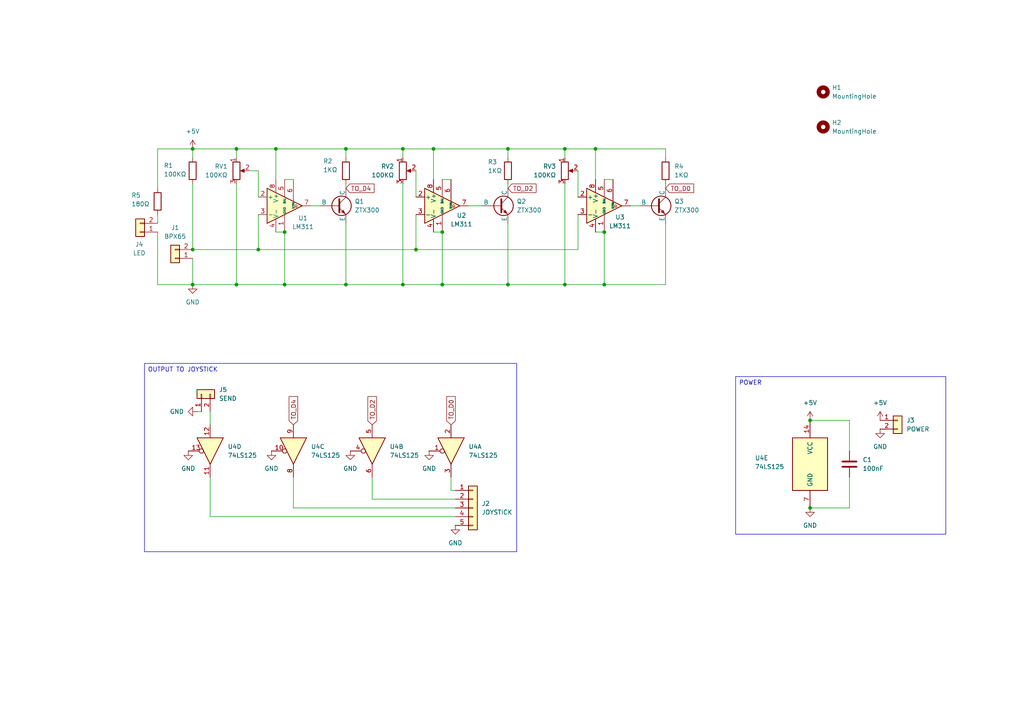
<source format=kicad_sch>
(kicad_sch (version 20250114) (generator "eeschema") (generator_version "9.0")
  (paper "A4")
  (title_block (title "Project 2: Picture Digitiser") (date "14-Apr-2025") (rev "1.1-0") (company "Easy Add-on Projects for the Amstrad CPC & MSX Computers") (comment 1 "by Owen Bishop") (comment 3 "www.youtube.com/@Brfff") (comment 4 "2025 Version by Brett Halle"))
  (lib_symbols
    (symbol "74xx:74LS125" (pin_names (offset 1.016))
      (property "Reference" "U" (at 0 1.27 0))
      (property "Value" "74LS125" (at 0 -1.27 0))
      (symbol "74LS125_1_0"
        (polyline (pts (xy -3.81 3.81) (xy -3.81 -3.81) (xy 3.81 0) (xy -3.81 3.81)) (stroke (width 0.254)) (fill (type background)))
        (pin input line (at -7.62 0 0) (length 3.81) (name "~") (number "2"))
        (pin input inverted (at 0 -6.35 90) (length 4.445) (name "~") (number "1"))
        (pin tri_state line (at 7.62 0 180) (length 3.81) (name "~") (number "3"))
      )
      (symbol "74LS125_2_0"
        (polyline (pts (xy -3.81 3.81) (xy -3.81 -3.81) (xy 3.81 0) (xy -3.81 3.81)) (stroke (width 0.254)) (fill (type background)))
        (pin input line (at -7.62 0 0) (length 3.81) (name "~") (number "5"))
        (pin input inverted (at 0 -6.35 90) (length 4.445) (name "~") (number "4"))
        (pin tri_state line (at 7.62 0 180) (length 3.81) (name "~") (number "6"))
      )
      (symbol "74LS125_3_0"
        (polyline (pts (xy -3.81 3.81) (xy -3.81 -3.81) (xy 3.81 0) (xy -3.81 3.81)) (stroke (width 0.254)) (fill (type background)))
        (pin input line (at -7.62 0 0) (length 3.81) (name "~") (number "9"))
        (pin input inverted (at 0 -6.35 90) (length 4.445) (name "~") (number "10"))
        (pin tri_state line (at 7.62 0 180) (length 3.81) (name "~") (number "8"))
      )
      (symbol "74LS125_4_0"
        (polyline (pts (xy -3.81 3.81) (xy -3.81 -3.81) (xy 3.81 0) (xy -3.81 3.81)) (stroke (width 0.254)) (fill (type background)))
        (pin input line (at -7.62 0 0) (length 3.81) (name "~") (number "12"))
        (pin input inverted (at 0 -6.35 90) (length 4.445) (name "~") (number "13"))
        (pin tri_state line (at 7.62 0 180) (length 3.81) (name "~") (number "11"))
      )
      (symbol "74LS125_5_0"
        (pin power_in line (at 0 12.7 270) (length 5.08) (name "VCC") (number "14"))
        (pin power_in line (at 0 -12.7 90) (length 5.08) (name "GND") (number "7"))
      )
      (symbol "74LS125_5_1"
        (rectangle (start -5.08 7.62) (end 5.08 -7.62) (stroke (width 0.254)) (fill (type background)))
      )
    )
    (symbol "Comparator:LM311" (pin_names (offset 0.127))
      (property "Reference" "U" (at 3.81 6.35 0))
      (property "Value" "LM311" (at 3.81 3.81 0))
      (symbol "LM311_0_1"
        (polyline (pts (xy 3.683 -0.381) (xy 3.302 -0.381) (xy 3.683 0) (xy 3.302 0.381) (xy 2.921 0) (xy 3.302 -0.381) (xy 2.921 -0.381)) (stroke (width 0.127)))
        (polyline (pts (xy 5.08 0) (xy -5.08 5.08) (xy -5.08 -5.08) (xy 5.08 0)) (stroke (width 0.254)) (fill (type background)))
      )
      (symbol "LM311_1_1"
        (pin input line (at -7.62 2.54 0) (length 2.54) (name "+") (number "2"))
        (pin input line (at -7.62 -2.54 0) (length 2.54) (name "-") (number "3"))
        (pin power_in line (at -2.54 7.62 270) (length 3.81) (name "V+") (number "8"))
        (pin power_in line (at -2.54 -7.62 90) (length 3.81) (name "V-") (number "4"))
        (pin input line (at 0 7.62 270) (length 5.08) (name "BAL") (number "5"))
        (pin passive line (at 0 -7.62 90) (length 5.08) (name "GND") (number "1"))
        (pin input line (at 2.54 7.62 270) (length 6.35) (name "STRB") (number "6"))
        (pin open_collector line (at 7.62 0 180) (length 2.54) (name "~") (number "7"))
      )
    )
    (symbol "Connector_Generic:Conn_01x02" (pin_names (offset 1.016) (hide yes))
      (property "Reference" "J" (at 0 2.54 0))
      (property "Value" "Conn_01x02" (at 0 -5.08 0))
      (symbol "Conn_01x02_1_1"
        (rectangle (start -1.27 1.27) (end 1.27 -3.81) (stroke (width 0.254)) (fill (type background)))
        (rectangle (start -1.27 0.127) (end 0 -0.127) (stroke (width 0.1524)))
        (rectangle (start -1.27 -2.413) (end 0 -2.667) (stroke (width 0.1524)))
        (pin passive line (at -5.08 0 0) (length 3.81) (name "Pin_1") (number "1"))
        (pin passive line (at -5.08 -2.54 0) (length 3.81) (name "Pin_2") (number "2"))
      )
    )
    (symbol "Connector_Generic:Conn_01x05" (pin_names (offset 1.016) (hide yes))
      (property "Reference" "J" (at 0 7.62 0))
      (property "Value" "Conn_01x05" (at 0 -7.62 0))
      (symbol "Conn_01x05_1_1"
        (rectangle (start -1.27 6.35) (end 1.27 -6.35) (stroke (width 0.254)) (fill (type background)))
        (rectangle (start -1.27 5.207) (end 0 4.953) (stroke (width 0.1524)))
        (rectangle (start -1.27 2.667) (end 0 2.413) (stroke (width 0.1524)))
        (rectangle (start -1.27 0.127) (end 0 -0.127) (stroke (width 0.1524)))
        (rectangle (start -1.27 -2.413) (end 0 -2.667) (stroke (width 0.1524)))
        (rectangle (start -1.27 -4.953) (end 0 -5.207) (stroke (width 0.1524)))
        (pin passive line (at -5.08 5.08 0) (length 3.81) (name "Pin_1") (number "1"))
        (pin passive line (at -5.08 2.54 0) (length 3.81) (name "Pin_2") (number "2"))
        (pin passive line (at -5.08 0 0) (length 3.81) (name "Pin_3") (number "3"))
        (pin passive line (at -5.08 -2.54 0) (length 3.81) (name "Pin_4") (number "4"))
        (pin passive line (at -5.08 -5.08 0) (length 3.81) (name "Pin_5") (number "5"))
      )
    )
    (symbol "Device:C" (pin_numbers (hide yes)) (pin_names (offset 0.254))
      (property "Reference" "C" (at 0.635 2.54 0))
      (property "Value" "C" (at 0.635 -2.54 0))
      (symbol "C_0_1"
        (polyline (pts (xy -2.032 0.762) (xy 2.032 0.762)) (stroke (width 0.508)))
        (polyline (pts (xy -2.032 -0.762) (xy 2.032 -0.762)) (stroke (width 0.508)))
      )
      (symbol "C_1_1"
        (pin passive line (at 0 3.81 270) (length 2.794) (name "~") (number "1"))
        (pin passive line (at 0 -3.81 90) (length 2.794) (name "~") (number "2"))
      )
    )
    (symbol "Device:R" (pin_numbers (hide yes)) (pin_names (offset 0))
      (property "Reference" "R" (at 2.032 0 90))
      (property "Value" "R" (at 0 0 90))
      (symbol "R_0_1"
        (rectangle (start -1.016 -2.54) (end 1.016 2.54) (stroke (width 0.254)))
      )
      (symbol "R_1_1"
        (pin passive line (at 0 3.81 270) (length 1.27) (name "~") (number "1"))
        (pin passive line (at 0 -3.81 90) (length 1.27) (name "~") (number "2"))
      )
    )
    (symbol "Device:R_Potentiometer" (pin_names (offset 1.016) (hide yes))
      (property "Reference" "RV" (at -4.445 0 90))
      (property "Value" "R_Potentiometer" (at -2.54 0 90))
      (symbol "R_Potentiometer_0_1"
        (rectangle (start 1.016 2.54) (end -1.016 -2.54) (stroke (width 0.254)))
        (polyline (pts (xy 1.143 0) (xy 2.286 0.508) (xy 2.286 -0.508) (xy 1.143 0)) (fill (type outline)))
        (polyline (pts (xy 2.54 0) (xy 1.524 0)))
      )
      (symbol "R_Potentiometer_1_1"
        (pin passive line (at 0 3.81 270) (length 1.27) (name "1") (number "1"))
        (pin passive line (at 0 -3.81 90) (length 1.27) (name "3") (number "3"))
        (pin passive line (at 3.81 0 180) (length 1.27) (name "2") (number "2"))
      )
    )
    (symbol "Mechanical:MountingHole" (pin_names (offset 1.016)) (exclude_from_sim yes) (in_bom no)
      (property "Reference" "H" (at 0 5.08 0))
      (property "Value" "MountingHole" (at 0 3.175 0))
      (symbol "MountingHole_0_1"
        (circle (center 0 0) (radius 1.27) (stroke (width 1.27)))
      )
    )
    (symbol "Simulation_SPICE:NPN" (pin_numbers (hide yes)) (pin_names (offset 0))
      (property "Reference" "Q" (at -2.54 7.62 0))
      (property "Value" "NPN" (at -2.54 5.08 0))
      (symbol "NPN_0_1"
        (polyline (pts (xy -2.54 0) (xy 0.635 0)) (stroke (width 0.1524)))
        (polyline (pts (xy 0.635 1.905) (xy 0.635 -1.905) (xy 0.635 -1.905)) (stroke (width 0.508)))
        (polyline (pts (xy 0.635 0.635) (xy 2.54 2.54)))
        (polyline (pts (xy 0.635 -0.635) (xy 2.54 -2.54) (xy 2.54 -2.54)))
        (circle (center 1.27 0) (radius 2.8194) (stroke (width 0.254)))
        (polyline (pts (xy 1.27 -1.778) (xy 1.778 -1.27) (xy 2.286 -2.286) (xy 1.27 -1.778) (xy 1.27 -1.778)) (fill (type outline)))
        (polyline (pts (xy 2.794 -1.27) (xy 2.794 -1.27)) (stroke (width 0.1524)))
        (polyline (pts (xy 2.794 -1.27) (xy 2.794 -1.27)) (stroke (width 0.1524)))
      )
      (symbol "NPN_1_1"
        (pin input line (at -5.08 0 0) (length 2.54) (name "B") (number "2"))
        (pin open_collector line (at 2.54 5.08 270) (length 2.54) (name "C") (number "1"))
        (pin open_emitter line (at 2.54 -5.08 90) (length 2.54) (name "E") (number "3"))
      )
    )
    (symbol "power:+5V" (power) (pin_numbers (hide yes)) (pin_names (offset 0) (hide yes))
      (property "Value" "+5V" (at 0 3.556 0))
      (symbol "+5V_0_1"
        (polyline (pts (xy -0.762 1.27) (xy 0 2.54)))
        (polyline (pts (xy 0 2.54) (xy 0.762 1.27)))
        (polyline (pts (xy 0 0) (xy 0 2.54)))
      )
      (symbol "+5V_1_1"
        (pin power_in line (at 0 0 90) (length 0) (name "~") (number "1"))
      )
    )
    (symbol "power:GND" (power) (pin_numbers (hide yes)) (pin_names (offset 0) (hide yes))
      (property "Value" "GND" (at 0 -3.81 0))
      (symbol "GND_0_1"
        (polyline (pts (xy 0 0) (xy 0 -1.27) (xy 1.27 -1.27) (xy 0 -2.54) (xy -1.27 -1.27) (xy 0 -1.27)))
      )
      (symbol "GND_1_1"
        (pin power_in line (at 0 0 270) (length 0) (name "~") (number "1"))
      )
    )
  )
  (text_box "POWER" (at 213.36 109.22 0) (size 60.96 45.72) (margins 0.9525 0.9525 0.9525 0.9525) (effects (font (size 1.27 1.27)) (justify left top)))
  (text_box "OUTPUT TO JOYSTICK" (at 41.91 105.41 0) (size 107.95 54.61) (margins 0.9525 0.9525 0.9525 0.9525) (effects (font (size 1.27 1.27)) (justify left top)))
  (junction (at 82.55 82.55))
  (junction (at 68.58 43.18))
  (junction (at 172.72 43.18))
  (junction (at 163.83 43.18))
  (junction (at 82.55 67.31))
  (junction (at 175.26 82.55))
  (junction (at 125.73 43.18))
  (junction (at 234.95 147.32))
  (junction (at 120.65 72.39))
  (junction (at 55.88 82.55))
  (junction (at 116.84 82.55))
  (junction (at 163.83 82.55))
  (junction (at 128.27 82.55))
  (junction (at 68.58 82.55))
  (junction (at 234.95 121.92))
  (junction (at 74.93 72.39))
  (junction (at 147.32 43.18))
  (junction (at 116.84 43.18))
  (junction (at 100.33 43.18))
  (junction (at 147.32 82.55))
  (junction (at 175.26 67.31))
  (junction (at 128.27 67.31))
  (junction (at 55.88 72.39))
  (junction (at 55.88 43.18))
  (junction (at 80.01 43.18))
  (junction (at 100.33 82.55))
  (wire (pts (xy 68.58 43.18) (xy 80.01 43.18)))
  (wire (pts (xy 100.33 45.72) (xy 100.33 43.18)))
  (wire (pts (xy 60.96 149.86) (xy 60.96 138.43)))
  (wire (pts (xy 80.01 43.18) (xy 100.33 43.18)))
  (wire (pts (xy 82.55 82.55) (xy 100.33 82.55)))
  (wire (pts (xy 68.58 43.18) (xy 68.58 45.72)))
  (wire (pts (xy 116.84 53.34) (xy 116.84 82.55)))
  (wire (pts (xy 175.26 67.31) (xy 175.26 82.55)))
  (wire (pts (xy 55.88 53.34) (xy 55.88 72.39)))
  (wire (pts (xy 128.27 67.31) (xy 128.27 82.55)))
  (wire (pts (xy 55.88 82.55) (xy 68.58 82.55)))
  (wire (pts (xy 68.58 53.34) (xy 68.58 82.55)))
  (wire (pts (xy 132.08 147.32) (xy 85.09 147.32)))
  (wire (pts (xy 116.84 43.18) (xy 116.84 45.72)))
  (wire (pts (xy 175.26 82.55) (xy 193.04 82.55)))
  (wire (pts (xy 90.17 59.69) (xy 92.71 59.69)))
  (wire (pts (xy 82.55 67.31) (xy 82.55 82.55)))
  (wire (pts (xy 128.27 52.07) (xy 130.81 52.07)))
  (wire (pts (xy 147.32 53.34) (xy 147.32 54.61)))
  (wire (pts (xy 85.09 147.32) (xy 85.09 138.43)))
  (wire (pts (xy 100.33 82.55) (xy 116.84 82.55)))
  (wire (pts (xy 120.65 72.39) (xy 167.64 72.39)))
  (wire (pts (xy 167.64 72.39) (xy 167.64 62.23)))
  (wire (pts (xy 120.65 49.53) (xy 120.65 57.15)))
  (wire (pts (xy 246.38 147.32) (xy 234.95 147.32)))
  (wire (pts (xy 120.65 72.39) (xy 120.65 62.23)))
  (wire (pts (xy 100.33 64.77) (xy 100.33 82.55)))
  (wire (pts (xy 135.89 59.69) (xy 139.7 59.69)))
  (wire (pts (xy 147.32 82.55) (xy 163.83 82.55)))
  (wire (pts (xy 193.04 43.18) (xy 172.72 43.18)))
  (wire (pts (xy 163.83 43.18) (xy 163.83 45.72)))
  (wire (pts (xy 130.81 142.24) (xy 130.81 138.43)))
  (wire (pts (xy 68.58 82.55) (xy 82.55 82.55)))
  (wire (pts (xy 45.72 82.55) (xy 55.88 82.55)))
  (wire (pts (xy 193.04 53.34) (xy 193.04 54.61)))
  (wire (pts (xy 132.08 149.86) (xy 60.96 149.86)))
  (wire (pts (xy 172.72 43.18) (xy 172.72 52.07)))
  (wire (pts (xy 172.72 67.31) (xy 175.26 67.31)))
  (wire (pts (xy 246.38 138.43) (xy 246.38 147.32)))
  (wire (pts (xy 55.88 43.18) (xy 45.72 43.18)))
  (wire (pts (xy 132.08 142.24) (xy 130.81 142.24)))
  (wire (pts (xy 116.84 82.55) (xy 128.27 82.55)))
  (wire (pts (xy 125.73 43.18) (xy 147.32 43.18)))
  (wire (pts (xy 132.08 144.78) (xy 107.95 144.78)))
  (wire (pts (xy 116.84 43.18) (xy 125.73 43.18)))
  (wire (pts (xy 45.72 67.31) (xy 45.72 82.55)))
  (wire (pts (xy 74.93 62.23) (xy 74.93 72.39)))
  (wire (pts (xy 193.04 64.77) (xy 193.04 82.55)))
  (wire (pts (xy 80.01 43.18) (xy 80.01 52.07)))
  (wire (pts (xy 163.83 53.34) (xy 163.83 82.55)))
  (wire (pts (xy 163.83 82.55) (xy 175.26 82.55)))
  (wire (pts (xy 74.93 49.53) (xy 74.93 57.15)))
  (wire (pts (xy 74.93 72.39) (xy 55.88 72.39)))
  (wire (pts (xy 45.72 62.23) (xy 45.72 64.77)))
  (wire (pts (xy 55.88 45.72) (xy 55.88 43.18)))
  (wire (pts (xy 72.39 49.53) (xy 74.93 49.53)))
  (wire (pts (xy 246.38 121.92) (xy 234.95 121.92)))
  (wire (pts (xy 107.95 144.78) (xy 107.95 138.43)))
  (wire (pts (xy 55.88 74.93) (xy 55.88 82.55)))
  (wire (pts (xy 82.55 52.07) (xy 85.09 52.07)))
  (wire (pts (xy 58.42 119.38) (xy 57.15 119.38)))
  (wire (pts (xy 193.04 45.72) (xy 193.04 43.18)))
  (wire (pts (xy 60.96 123.19) (xy 60.96 119.38)))
  (wire (pts (xy 163.83 43.18) (xy 147.32 43.18)))
  (wire (pts (xy 246.38 130.81) (xy 246.38 121.92)))
  (wire (pts (xy 147.32 64.77) (xy 147.32 82.55)))
  (wire (pts (xy 100.33 53.34) (xy 100.33 54.61)))
  (wire (pts (xy 74.93 72.39) (xy 120.65 72.39)))
  (wire (pts (xy 182.88 59.69) (xy 185.42 59.69)))
  (wire (pts (xy 128.27 82.55) (xy 147.32 82.55)))
  (wire (pts (xy 172.72 43.18) (xy 163.83 43.18)))
  (wire (pts (xy 45.72 43.18) (xy 45.72 54.61)))
  (wire (pts (xy 80.01 67.31) (xy 82.55 67.31)))
  (wire (pts (xy 100.33 43.18) (xy 116.84 43.18)))
  (wire (pts (xy 147.32 45.72) (xy 147.32 43.18)))
  (wire (pts (xy 175.26 52.07) (xy 177.8 52.07)))
  (wire (pts (xy 125.73 67.31) (xy 128.27 67.31)))
  (wire (pts (xy 125.73 43.18) (xy 125.73 52.07)))
  (wire (pts (xy 167.64 49.53) (xy 167.64 57.15)))
  (wire (pts (xy 55.88 43.18) (xy 68.58 43.18)))
  (global_label "TO_D0" (shape input) (at 130.81 123.19 90) (property "Intersheetrefs" "${INTERSHEET_REFS}" (effects (hide yes))))
  (global_label "TO_D0" (shape input) (at 193.04 54.61 0) (property "Intersheetrefs" "${INTERSHEET_REFS}" (effects (hide yes))))
  (global_label "TO_D4" (shape input) (at 100.33 54.61 0) (property "Intersheetrefs" "${INTERSHEET_REFS}" (effects (hide yes))))
  (global_label "TO_D2" (shape input) (at 147.32 54.61 0) (property "Intersheetrefs" "${INTERSHEET_REFS}" (effects (hide yes))))
  (global_label "TO_D4" (shape input) (at 85.09 123.19 90) (property "Intersheetrefs" "${INTERSHEET_REFS}" (effects (hide yes))))
  (global_label "TO_D2" (shape input) (at 107.95 123.19 90) (property "Intersheetrefs" "${INTERSHEET_REFS}" (effects (hide yes))))
  (symbol (lib_id "74xx:74LS125") (at 234.95 134.62 0) (unit 5)
    (property "Reference" "U4" (at 218.948 132.842 0) (effects (justify left)))
    (property "Value" "74LS125" (at 218.948 135.382 0) (effects (justify left)))
    (property "Footprint" "Package_DIP:DIP-14_W7.62mm" (effects (hide yes)))
    (property "Datasheet" "http://www.ti.com/lit/gpn/sn74LS125" (effects (hide yes)))
    (property "Description" "Quad buffer 3-State outputs" (effects (hide yes)))
  )
  (symbol (lib_id "Device:R") (at 100.33 49.53 0) (unit 1)
    (property "Reference" "R2" (at 93.726 46.736 0) (effects (justify left)))
    (property "Value" "1KΩ" (at 93.726 49.276 0) (effects (justify left)))
    (property "Footprint" "Resistor_THT:R_Axial_DIN0207_L6.3mm_D2.5mm_P7.62mm_Horizontal" (effects (hide yes)))
    (property "Description" "Resistor" (effects (hide yes)))
  )
  (symbol (lib_id "power:GND") (at 132.08 152.4 0) (unit 1)
    (property "Reference" "#PWR014" (effects (hide yes)))
    (property "Value" "GND" (at 132.08 157.48 0))
    (property "Description" "Power symbol creates a global label with name \"GND\" , ground" (effects (hide yes)))
  )
  (symbol (lib_id "Connector_Generic:Conn_01x02") (at 260.35 121.92 0) (unit 1)
    (property "Reference" "J3" (at 262.89 121.9199 0) (effects (justify left)))
    (property "Value" "POWER" (at 262.89 124.4599 0) (effects (justify left)))
    (property "Footprint" "Connector_PinSocket_2.54mm:PinSocket_1x02_P2.54mm_Vertical" (effects (hide yes)))
    (property "Description" "Generic connector, single row, 01x02, script generated (kicad-library-utils/schlib/autogen/connector/)" (effects (hide yes)))
  )
  (symbol (lib_id "Device:R") (at 193.04 49.53 0) (unit 1)
    (property "Reference" "R4" (at 195.58 48.2599 0) (effects (justify left)))
    (property "Value" "1KΩ" (at 195.58 50.7999 0) (effects (justify left)))
    (property "Footprint" "Resistor_THT:R_Axial_DIN0207_L6.3mm_D2.5mm_P7.62mm_Horizontal" (effects (hide yes)))
    (property "Description" "Resistor" (effects (hide yes)))
  )
  (symbol (lib_id "power:GND") (at 255.27 124.46 0) (unit 1)
    (property "Reference" "#PWR07" (effects (hide yes)))
    (property "Value" "GND" (at 255.27 129.54 0))
    (property "Description" "Power symbol creates a global label with name \"GND\" , ground" (effects (hide yes)))
  )
  (symbol (lib_id "power:+5V") (at 55.88 43.18 0) (unit 1)
    (property "Reference" "#PWR02" (effects (hide yes)))
    (property "Value" "+5V" (at 55.88 38.1 0))
    (property "Description" "Power symbol creates a global label with name \"+5V\"" (effects (hide yes)))
  )
  (symbol (lib_id "power:GND") (at 57.15 119.38 270) (unit 1)
    (property "Reference" "#PWR012" (effects (hide yes)))
    (property "Value" "GND" (at 53.34 119.3799 90) (effects (justify right)))
    (property "Description" "Power symbol creates a global label with name \"GND\" , ground" (effects (hide yes)))
  )
  (symbol (lib_id "Connector_Generic:Conn_01x02") (at 40.64 67.31 180) (unit 1)
    (property "Reference" "J4" (at 40.386 70.866 0))
    (property "Value" "LED" (at 40.386 73.406 0))
    (property "Footprint" "Connector_PinSocket_2.54mm:PinSocket_1x02_P2.54mm_Vertical" (effects (hide yes)))
    (property "Description" "Generic connector, single row, 01x02, script generated (kicad-library-utils/schlib/autogen/connector/)" (effects (hide yes)))
  )
  (symbol (lib_id "Comparator:LM311") (at 128.27 59.69 0) (unit 1)
    (property "Reference" "U2" (at 133.858 62.484 0))
    (property "Value" "LM311" (at 133.858 65.024 0))
    (property "Footprint" "Package_DIP:DIP-8_W7.62mm" (effects (hide yes)))
    (property "Datasheet" "https://www.st.com/resource/en/datasheet/lm311.pdf" (effects (hide yes)))
    (property "Description" "Voltage Comparator, DIP-8/SOIC-8" (effects (hide yes)))
  )
  (symbol (lib_id "Comparator:LM311") (at 175.26 59.69 0) (unit 1)
    (property "Reference" "U3" (at 179.832 62.992 0))
    (property "Value" "LM311" (at 179.832 65.532 0))
    (property "Footprint" "Package_DIP:DIP-8_W7.62mm" (effects (hide yes)))
    (property "Datasheet" "https://www.st.com/resource/en/datasheet/lm311.pdf" (effects (hide yes)))
    (property "Description" "Voltage Comparator, DIP-8/SOIC-8" (effects (hide yes)))
  )
  (symbol (lib_id "power:GND") (at 124.46 130.81 0) (unit 1)
    (property "Reference" "#PWR08" (effects (hide yes)))
    (property "Value" "GND" (at 124.46 135.89 0))
    (property "Description" "Power symbol creates a global label with name \"GND\" , ground" (effects (hide yes)))
  )
  (symbol (lib_id "74xx:74LS125") (at 107.95 130.81 270) (unit 2)
    (property "Reference" "U4" (at 113.03 129.5399 90) (effects (justify left)))
    (property "Value" "74LS125" (at 113.03 132.0799 90) (effects (justify left)))
    (property "Footprint" "Package_DIP:DIP-14_W7.62mm" (effects (hide yes)))
    (property "Datasheet" "http://www.ti.com/lit/gpn/sn74LS125" (effects (hide yes)))
    (property "Description" "Quad buffer 3-State outputs" (effects (hide yes)))
  )
  (symbol (lib_id "Simulation_SPICE:NPN") (at 144.78 59.69 0) (unit 1)
    (property "Reference" "Q2" (at 149.86 58.4199 0) (effects (justify left)))
    (property "Value" "ZTX300" (at 149.86 60.9599 0) (effects (justify left)))
    (property "Footprint" "Package_TO_SOT_THT:TO-92_Inline" (effects (hide yes)))
    (property "Datasheet" "https://ngspice.sourceforge.io/docs/ngspice-html-manual/manual.xhtml#cha_BJTs" (effects (hide yes)))
    (property "Description" "Bipolar transistor symbol for simulation only, substrate tied to the emitter" (effects (hide yes)))
    (property "Sim.Device" "NPN" (effects (hide yes)))
    (property "Sim.Type" "GUMMELPOON" (effects (hide yes)))
    (property "Sim.Pins" "1=C 2=B 3=E" (effects (hide yes)))
  )
  (symbol (lib_id "power:+5V") (at 255.27 121.92 0) (unit 1)
    (property "Reference" "#PWR06" (effects (hide yes)))
    (property "Value" "+5V" (at 255.27 116.84 0))
    (property "Description" "Power symbol creates a global label with name \"+5V\"" (effects (hide yes)))
  )
  (symbol (lib_id "power:GND") (at 234.95 147.32 0) (unit 1)
    (property "Reference" "#PWR05" (effects (hide yes)))
    (property "Value" "GND" (at 234.95 152.4 0))
    (property "Description" "Power symbol creates a global label with name \"GND\" , ground" (effects (hide yes)))
  )
  (symbol (lib_id "74xx:74LS125") (at 60.96 130.81 270) (unit 4)
    (property "Reference" "U4" (at 66.04 129.5399 90) (effects (justify left)))
    (property "Value" "74LS125" (at 66.04 132.0799 90) (effects (justify left)))
    (property "Footprint" "Package_DIP:DIP-14_W7.62mm" (effects (hide yes)))
    (property "Datasheet" "http://www.ti.com/lit/gpn/sn74LS125" (effects (hide yes)))
    (property "Description" "Quad buffer 3-State outputs" (effects (hide yes)))
  )
  (symbol (lib_id "Comparator:LM311") (at 82.55 59.69 0) (unit 1)
    (property "Reference" "U1" (at 87.884 63.246 0))
    (property "Value" "LM311" (at 87.884 65.786 0))
    (property "Footprint" "Package_DIP:DIP-8_W7.62mm" (effects (hide yes)))
    (property "Datasheet" "https://www.st.com/resource/en/datasheet/lm311.pdf" (effects (hide yes)))
    (property "Description" "Voltage Comparator, DIP-8/SOIC-8" (effects (hide yes)))
  )
  (symbol (lib_id "power:GND") (at 78.74 130.81 0) (unit 1)
    (property "Reference" "#PWR010" (effects (hide yes)))
    (property "Value" "GND" (at 78.74 135.89 0))
    (property "Description" "Power symbol creates a global label with name \"GND\" , ground" (effects (hide yes)))
  )
  (symbol (lib_id "power:GND") (at 55.88 82.55 0) (unit 1)
    (property "Reference" "#PWR01" (effects (hide yes)))
    (property "Value" "GND" (at 55.88 87.63 0))
    (property "Description" "Power symbol creates a global label with name \"GND\" , ground" (effects (hide yes)))
  )
  (symbol (lib_id "Simulation_SPICE:NPN") (at 190.5 59.69 0) (unit 1)
    (property "Reference" "Q3" (at 195.58 58.4199 0) (effects (justify left)))
    (property "Value" "ZTX300" (at 195.58 60.9599 0) (effects (justify left)))
    (property "Footprint" "Package_TO_SOT_THT:TO-92_Inline" (effects (hide yes)))
    (property "Datasheet" "https://ngspice.sourceforge.io/docs/ngspice-html-manual/manual.xhtml#cha_BJTs" (effects (hide yes)))
    (property "Description" "Bipolar transistor symbol for simulation only, substrate tied to the emitter" (effects (hide yes)))
    (property "Sim.Device" "NPN" (effects (hide yes)))
    (property "Sim.Type" "GUMMELPOON" (effects (hide yes)))
    (property "Sim.Pins" "1=C 2=B 3=E" (effects (hide yes)))
  )
  (symbol (lib_id "Connector_Generic:Conn_01x02") (at 50.8 74.93 180) (unit 1)
    (property "Reference" "J1" (at 50.8 66.04 0))
    (property "Value" "BPX65" (at 50.8 68.58 0))
    (property "Footprint" "Connector_PinSocket_2.54mm:PinSocket_1x02_P2.54mm_Vertical" (effects (hide yes)))
    (property "Description" "Generic connector, single row, 01x02, script generated (kicad-library-utils/schlib/autogen/connector/)" (effects (hide yes)))
  )
  (symbol (lib_id "Connector_Generic:Conn_01x02") (at 58.42 114.3 90) (unit 1)
    (property "Reference" "J5" (at 63.5 113.0299 90) (effects (justify right)))
    (property "Value" "SEND" (at 63.5 115.5699 90) (effects (justify right)))
    (property "Footprint" "Connector_PinSocket_2.54mm:PinSocket_1x02_P2.54mm_Vertical" (effects (hide yes)))
    (property "Description" "Generic connector, single row, 01x02, script generated (kicad-library-utils/schlib/autogen/connector/)" (effects (hide yes)))
  )
  (symbol (lib_id "power:GND") (at 101.6 130.81 0) (unit 1)
    (property "Reference" "#PWR09" (effects (hide yes)))
    (property "Value" "GND" (at 101.6 135.89 0))
    (property "Description" "Power symbol creates a global label with name \"GND\" , ground" (effects (hide yes)))
  )
  (symbol (lib_id "Simulation_SPICE:NPN") (at 97.79 59.69 0) (unit 1)
    (property "Reference" "Q1" (at 102.87 58.4199 0) (effects (justify left)))
    (property "Value" "ZTX300" (at 102.87 60.9599 0) (effects (justify left)))
    (property "Footprint" "Package_TO_SOT_THT:TO-92_Inline" (effects (hide yes)))
    (property "Datasheet" "https://ngspice.sourceforge.io/docs/ngspice-html-manual/manual.xhtml#cha_BJTs" (effects (hide yes)))
    (property "Description" "Bipolar transistor symbol for simulation only, substrate tied to the emitter" (effects (hide yes)))
    (property "Sim.Device" "NPN" (effects (hide yes)))
    (property "Sim.Type" "GUMMELPOON" (effects (hide yes)))
    (property "Sim.Pins" "1=C 2=B 3=E" (effects (hide yes)))
  )
  (symbol (lib_id "Device:R_Potentiometer") (at 116.84 49.53 0) (unit 1)
    (property "Reference" "RV2" (at 114.3 48.2599 0) (effects (justify right)))
    (property "Value" "100KΩ" (at 114.3 50.7999 0) (effects (justify right)))
    (property "Footprint" "Potentiometer_THT:Potentiometer_Bourns_3296W_Vertical" (effects (hide yes)))
    (property "Description" "Potentiometer" (effects (hide yes)))
  )
  (symbol (lib_id "Mechanical:MountingHole") (at 238.76 26.67 0) (unit 1) (exclude_from_sim yes) (in_bom no)
    (property "Reference" "H1" (at 241.3 25.3999 0) (effects (justify left)))
    (property "Value" "MountingHole" (at 241.3 27.9399 0) (effects (justify left)))
    (property "Footprint" "MountingHole:MountingHole_3.2mm_M3" (effects (hide yes)))
    (property "Description" "Mounting Hole without connection" (effects (hide yes)))
  )
  (symbol (lib_id "Mechanical:MountingHole") (at 238.76 36.83 0) (unit 1) (exclude_from_sim yes) (in_bom no)
    (property "Reference" "H2" (at 241.3 35.5599 0) (effects (justify left)))
    (property "Value" "MountingHole" (at 241.3 38.0999 0) (effects (justify left)))
    (property "Footprint" "MountingHole:MountingHole_3.2mm_M3" (effects (hide yes)))
    (property "Description" "Mounting Hole without connection" (effects (hide yes)))
  )
  (symbol (lib_id "power:GND") (at 54.61 130.81 0) (unit 1)
    (property "Reference" "#PWR011" (effects (hide yes)))
    (property "Value" "GND" (at 54.61 135.89 0))
    (property "Description" "Power symbol creates a global label with name \"GND\" , ground" (effects (hide yes)))
  )
  (symbol (lib_id "74xx:74LS125") (at 85.09 130.81 270) (unit 3)
    (property "Reference" "U4" (at 90.17 129.5399 90) (effects (justify left)))
    (property "Value" "74LS125" (at 90.17 132.0799 90) (effects (justify left)))
    (property "Footprint" "Package_DIP:DIP-14_W7.62mm" (effects (hide yes)))
    (property "Datasheet" "http://www.ti.com/lit/gpn/sn74LS125" (effects (hide yes)))
    (property "Description" "Quad buffer 3-State outputs" (effects (hide yes)))
  )
  (symbol (lib_id "power:+5V") (at 234.95 121.92 0) (unit 1)
    (property "Reference" "#PWR04" (effects (hide yes)))
    (property "Value" "+5V" (at 234.95 116.84 0))
    (property "Description" "Power symbol creates a global label with name \"+5V\"" (effects (hide yes)))
  )
  (symbol (lib_id "Connector_Generic:Conn_01x05") (at 137.16 147.32 0) (unit 1)
    (property "Reference" "J2" (at 139.7 146.0499 0) (effects (justify left)))
    (property "Value" "JOYSTICK" (at 139.7 148.5899 0) (effects (justify left)))
    (property "Footprint" "Connector_PinSocket_2.54mm:PinSocket_1x05_P2.54mm_Vertical" (effects (hide yes)))
    (property "Description" "Generic connector, single row, 01x05, script generated (kicad-library-utils/schlib/autogen/connector/)" (effects (hide yes)))
  )
  (symbol (lib_id "Device:R") (at 55.88 49.53 0) (unit 1)
    (property "Reference" "R1" (at 47.498 48.006 0) (effects (justify left)))
    (property "Value" "100KΩ" (at 47.498 50.546 0) (effects (justify left)))
    (property "Footprint" "Resistor_THT:R_Axial_DIN0207_L6.3mm_D2.5mm_P7.62mm_Horizontal" (effects (hide yes)))
    (property "Description" "Resistor" (effects (hide yes)))
  )
  (symbol (lib_id "Device:R_Potentiometer") (at 163.83 49.53 0) (unit 1)
    (property "Reference" "RV3" (at 161.29 48.2599 0) (effects (justify right)))
    (property "Value" "100KΩ" (at 161.29 50.7999 0) (effects (justify right)))
    (property "Footprint" "Potentiometer_THT:Potentiometer_Bourns_3296W_Vertical" (effects (hide yes)))
    (property "Description" "Potentiometer" (effects (hide yes)))
  )
  (symbol (lib_id "Device:R_Potentiometer") (at 68.58 49.53 0) (unit 1)
    (property "Reference" "RV1" (at 66.04 48.2599 0) (effects (justify right)))
    (property "Value" "100KΩ" (at 66.04 50.7999 0) (effects (justify right)))
    (property "Footprint" "Potentiometer_THT:Potentiometer_Bourns_3296W_Vertical" (effects (hide yes)))
    (property "Description" "Potentiometer" (effects (hide yes)))
  )
  (symbol (lib_id "Device:R") (at 45.72 58.42 180) (unit 1)
    (property "Reference" "R5" (at 38.1 56.642 0) (effects (justify right)))
    (property "Value" "180Ω" (at 38.1 59.182 0) (effects (justify right)))
    (property "Footprint" "Resistor_THT:R_Axial_DIN0207_L6.3mm_D2.5mm_P7.62mm_Horizontal" (effects (hide yes)))
    (property "Description" "Resistor" (effects (hide yes)))
  )
  (symbol (lib_id "Device:C") (at 246.38 134.62 0) (unit 1)
    (property "Reference" "C1" (at 250.19 133.3499 0) (effects (justify left)))
    (property "Value" "100nF" (at 250.19 135.8899 0) (effects (justify left)))
    (property "Footprint" "Capacitor_THT:C_Disc_D3.4mm_W2.1mm_P2.50mm" (effects (hide yes)))
    (property "Description" "Unpolarized capacitor" (effects (hide yes)))
  )
  (symbol (lib_id "Device:R") (at 147.32 49.53 0) (unit 1)
    (property "Reference" "R3" (at 141.478 46.99 0) (effects (justify left)))
    (property "Value" "1KΩ" (at 141.478 49.53 0) (effects (justify left)))
    (property "Footprint" "Resistor_THT:R_Axial_DIN0207_L6.3mm_D2.5mm_P7.62mm_Horizontal" (effects (hide yes)))
    (property "Description" "Resistor" (effects (hide yes)))
  )
  (symbol (lib_id "74xx:74LS125") (at 130.81 130.81 270) (unit 1)
    (property "Reference" "U4" (at 135.89 129.5399 90) (effects (justify left)))
    (property "Value" "74LS125" (at 135.89 132.0799 90) (effects (justify left)))
    (property "Footprint" "Package_DIP:DIP-14_W7.62mm" (effects (hide yes)))
    (property "Datasheet" "http://www.ti.com/lit/gpn/sn74LS125" (effects (hide yes)))
    (property "Description" "Quad buffer 3-State outputs" (effects (hide yes)))
  )
)
</source>
